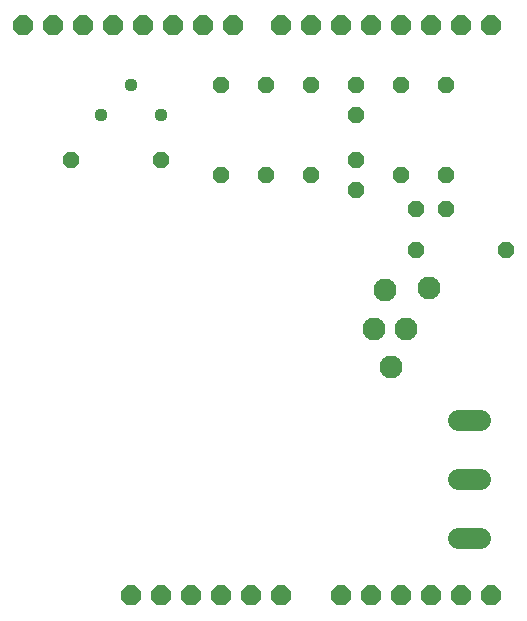
<source format=gbr>
G04 EAGLE Gerber RS-274X export*
G75*
%MOMM*%
%FSLAX34Y34*%
%LPD*%
%INTop Copper*%
%IPPOS*%
%AMOC8*
5,1,8,0,0,1.08239X$1,22.5*%
G01*
%ADD10P,1.429621X8X22.500000*%
%ADD11P,1.429621X8X112.500000*%
%ADD12P,1.429621X8X292.500000*%
%ADD13P,1.429621X8X202.500000*%
%ADD14C,1.117600*%
%ADD15P,1.814519X8X22.500000*%
%ADD16C,1.950000*%
%ADD17C,1.790700*%


D10*
X571500Y352425D03*
X596900Y352425D03*
D11*
X520700Y431800D03*
X520700Y457200D03*
D12*
X520700Y393700D03*
X520700Y368300D03*
D13*
X647700Y317500D03*
X571500Y317500D03*
D11*
X558800Y381000D03*
X558800Y457200D03*
X596900Y381000D03*
X596900Y457200D03*
D13*
X355600Y393700D03*
X279400Y393700D03*
D14*
X304800Y431800D03*
X330200Y457200D03*
X355600Y431800D03*
D11*
X406400Y381000D03*
X406400Y457200D03*
X482600Y381000D03*
X482600Y457200D03*
D12*
X444500Y457200D03*
X444500Y381000D03*
D15*
X533400Y508000D03*
X508000Y25400D03*
X558800Y508000D03*
X584200Y508000D03*
X609600Y508000D03*
X635000Y508000D03*
X508000Y508000D03*
X482600Y508000D03*
X457200Y508000D03*
X416560Y508000D03*
X391160Y508000D03*
X365760Y508000D03*
X340360Y508000D03*
X314960Y508000D03*
X289560Y508000D03*
X264160Y508000D03*
X238760Y508000D03*
X533400Y25400D03*
X558800Y25400D03*
X584200Y25400D03*
X609600Y25400D03*
X635000Y25400D03*
X457200Y25400D03*
X431800Y25400D03*
X406400Y25400D03*
X381000Y25400D03*
X355600Y25400D03*
X330200Y25400D03*
D16*
X582400Y285825D03*
X562400Y250825D03*
X545400Y283825D03*
X550400Y218825D03*
X535400Y250825D03*
D17*
X607197Y73825D02*
X625104Y73825D01*
X625104Y123825D02*
X607197Y123825D01*
X607197Y173825D02*
X625104Y173825D01*
M02*

</source>
